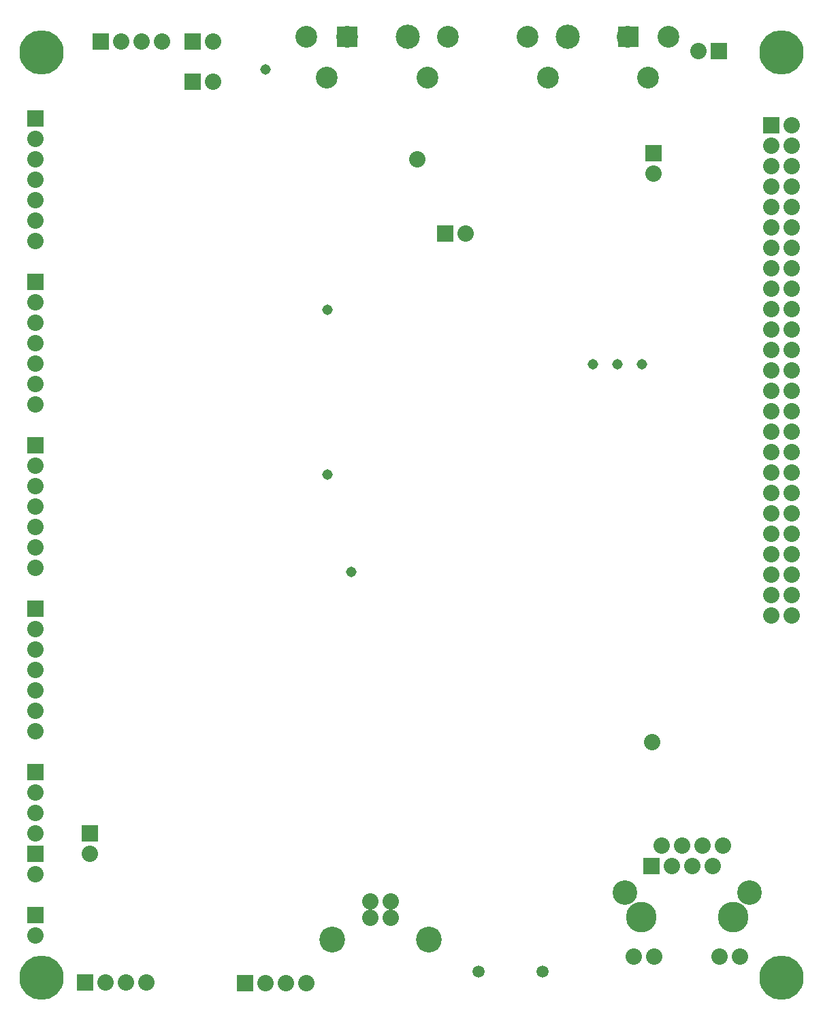
<source format=gbs>
G04 (created by PCBNEW (2013-05-18 BZR 4017)-stable) date Fri 14 Aug 2015 10:59:20 BST*
%MOIN*%
G04 Gerber Fmt 3.4, Leading zero omitted, Abs format*
%FSLAX34Y34*%
G01*
G70*
G90*
G04 APERTURE LIST*
%ADD10C,0.00590551*%
%ADD11C,0.0594*%
%ADD12C,0.2169*%
%ADD13R,0.08X0.08*%
%ADD14C,0.08*%
%ADD15C,0.1499*%
%ADD16C,0.12*%
%ADD17C,0.0515*%
%ADD18R,0.0987X0.0987*%
%ADD19C,0.1184*%
%ADD20C,0.1263*%
%ADD21C,0.1066*%
G04 APERTURE END LIST*
G54D10*
G54D11*
X24140Y1870D03*
X27282Y1870D03*
G54D12*
X2754Y1575D03*
G54D13*
X2429Y43625D03*
G54D14*
X2429Y42625D03*
X2429Y41625D03*
X2429Y40625D03*
X2429Y39625D03*
X2429Y38625D03*
X2429Y37625D03*
G54D13*
X2429Y35625D03*
G54D14*
X2429Y34625D03*
X2429Y33625D03*
X2429Y32625D03*
X2429Y31625D03*
X2429Y30625D03*
X2429Y29625D03*
G54D13*
X2429Y27625D03*
G54D14*
X2429Y26625D03*
X2429Y25625D03*
X2429Y24625D03*
X2429Y23625D03*
X2429Y22625D03*
X2429Y21625D03*
G54D13*
X2429Y19625D03*
G54D14*
X2429Y18625D03*
X2429Y17625D03*
X2429Y16625D03*
X2429Y15625D03*
X2429Y14625D03*
X2429Y13625D03*
G54D13*
X35911Y46929D03*
G54D14*
X34911Y46929D03*
G54D13*
X38474Y43299D03*
G54D14*
X39474Y43299D03*
X38474Y38299D03*
X39474Y42299D03*
X38474Y37299D03*
X39474Y41299D03*
X38474Y36299D03*
X39474Y40299D03*
X38474Y35299D03*
X39474Y39299D03*
X38474Y34299D03*
X39474Y38299D03*
X38474Y33299D03*
X39474Y37299D03*
X38474Y32299D03*
X39474Y36299D03*
X38474Y31299D03*
X39474Y35299D03*
X38474Y30299D03*
X39474Y34299D03*
X38474Y29299D03*
X39474Y33299D03*
X38474Y28299D03*
X39474Y32299D03*
X39474Y31299D03*
X38474Y27299D03*
X39474Y30299D03*
X39474Y28299D03*
X39474Y27299D03*
X39474Y26299D03*
X39474Y25299D03*
X38474Y26299D03*
X38474Y25299D03*
X38474Y42299D03*
X38474Y41299D03*
X38474Y40299D03*
X38474Y39299D03*
X38474Y24299D03*
X39474Y24299D03*
X39474Y29299D03*
X38474Y23299D03*
X39474Y23299D03*
X38474Y22299D03*
X39474Y22299D03*
X38474Y21299D03*
X39474Y21299D03*
X38474Y20299D03*
X39474Y20299D03*
X38474Y19299D03*
X39474Y19299D03*
G54D15*
X32098Y4528D03*
X36598Y4528D03*
G54D14*
X36098Y8028D03*
X35600Y7028D03*
X35098Y8028D03*
X34600Y7028D03*
X34098Y8028D03*
X33600Y7028D03*
X33098Y8028D03*
G54D16*
X31298Y5729D03*
X37398Y5728D03*
G54D14*
X35956Y2599D03*
X32740Y2599D03*
X36956Y2599D03*
X31740Y2599D03*
G54D13*
X32600Y7028D03*
G54D17*
X16730Y26181D03*
X13700Y46038D03*
X16730Y34252D03*
X17900Y21438D03*
G54D13*
X32696Y41944D03*
G54D14*
X32696Y40944D03*
X32638Y13104D03*
X21148Y41630D03*
G54D13*
X22500Y37988D03*
G54D14*
X23500Y37988D03*
G54D13*
X4888Y1328D03*
G54D14*
X5888Y1328D03*
X6888Y1328D03*
X7888Y1328D03*
G54D12*
X38974Y46850D03*
X38974Y1575D03*
X2754Y46850D03*
G54D13*
X2429Y11625D03*
G54D14*
X2429Y10625D03*
X2429Y9625D03*
X2429Y8625D03*
G54D13*
X2429Y7625D03*
G54D14*
X2429Y6625D03*
G54D13*
X2429Y4625D03*
G54D14*
X2429Y3625D03*
G54D18*
X31476Y47638D03*
G54D19*
X28524Y47638D03*
G54D18*
X17715Y47638D03*
G54D19*
X20667Y47638D03*
G54D13*
X5650Y47388D03*
G54D14*
X6650Y47388D03*
X7650Y47388D03*
X8650Y47388D03*
G54D13*
X10150Y47388D03*
G54D14*
X11150Y47388D03*
G54D13*
X10150Y45438D03*
G54D14*
X11150Y45438D03*
X19850Y5288D03*
X18850Y5288D03*
X18850Y4501D03*
X19850Y4501D03*
G54D20*
X21712Y3438D03*
X16988Y3438D03*
G54D13*
X5100Y8638D03*
G54D14*
X5100Y7638D03*
G54D13*
X12700Y1288D03*
G54D14*
X13700Y1288D03*
X14700Y1288D03*
X15700Y1288D03*
G54D17*
X32150Y31588D03*
X30950Y31588D03*
X29750Y31588D03*
G54D21*
X32450Y45638D03*
X33450Y47638D03*
X31450Y47638D03*
X27550Y45638D03*
X28550Y47638D03*
X26550Y47638D03*
X16700Y45638D03*
X17700Y47638D03*
X15700Y47638D03*
X21650Y45638D03*
X22650Y47638D03*
X20650Y47638D03*
M02*

</source>
